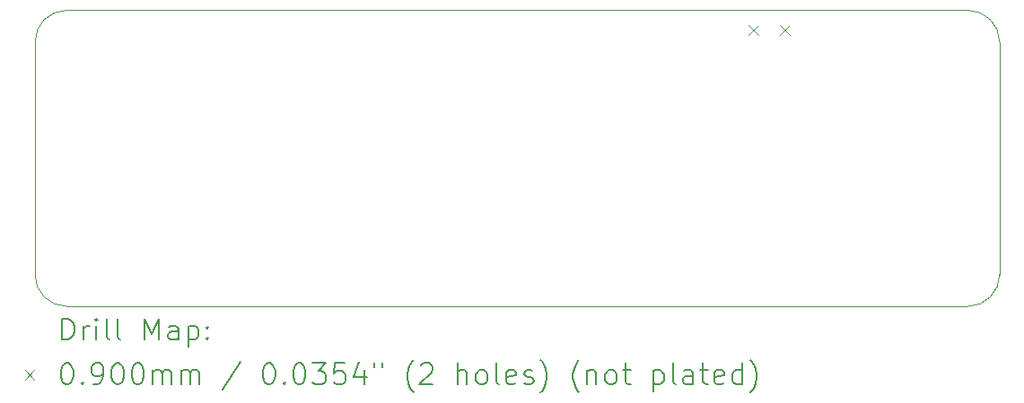
<source format=gbr>
%TF.GenerationSoftware,KiCad,Pcbnew,7.0.9-1.fc38*%
%TF.CreationDate,2023-11-15T09:02:19+02:00*%
%TF.ProjectId,transceiver_board,7472616e-7363-4656-9976-65725f626f61,rev?*%
%TF.SameCoordinates,Original*%
%TF.FileFunction,Drillmap*%
%TF.FilePolarity,Positive*%
%FSLAX45Y45*%
G04 Gerber Fmt 4.5, Leading zero omitted, Abs format (unit mm)*
G04 Created by KiCad (PCBNEW 7.0.9-1.fc38) date 2023-11-15 09:02:19*
%MOMM*%
%LPD*%
G01*
G04 APERTURE LIST*
%ADD10C,0.100000*%
%ADD11C,0.200000*%
G04 APERTURE END LIST*
D10*
X18600000Y-8200000D02*
G75*
G03*
X18300000Y-7900000I-300000J0D01*
G01*
X18600000Y-8200000D02*
X18600000Y-10400000D01*
X18300000Y-10700000D02*
G75*
G03*
X18600000Y-10400000I0J300000D01*
G01*
X18300000Y-10700000D02*
X9800000Y-10700000D01*
X9800000Y-7900000D02*
X18300000Y-7900000D01*
X9500000Y-10400000D02*
G75*
G03*
X9800000Y-10700000I300000J0D01*
G01*
X9500000Y-10400000D02*
X9500000Y-8200000D01*
X9800000Y-7900000D02*
G75*
G03*
X9500000Y-8200000I0J-300000D01*
G01*
D11*
D10*
X16230000Y-8044000D02*
X16320000Y-8134000D01*
X16320000Y-8044000D02*
X16230000Y-8134000D01*
X16530000Y-8044000D02*
X16620000Y-8134000D01*
X16620000Y-8044000D02*
X16530000Y-8134000D01*
D11*
X9755777Y-11016484D02*
X9755777Y-10816484D01*
X9755777Y-10816484D02*
X9803396Y-10816484D01*
X9803396Y-10816484D02*
X9831967Y-10826008D01*
X9831967Y-10826008D02*
X9851015Y-10845055D01*
X9851015Y-10845055D02*
X9860539Y-10864103D01*
X9860539Y-10864103D02*
X9870063Y-10902198D01*
X9870063Y-10902198D02*
X9870063Y-10930770D01*
X9870063Y-10930770D02*
X9860539Y-10968865D01*
X9860539Y-10968865D02*
X9851015Y-10987912D01*
X9851015Y-10987912D02*
X9831967Y-11006960D01*
X9831967Y-11006960D02*
X9803396Y-11016484D01*
X9803396Y-11016484D02*
X9755777Y-11016484D01*
X9955777Y-11016484D02*
X9955777Y-10883150D01*
X9955777Y-10921246D02*
X9965301Y-10902198D01*
X9965301Y-10902198D02*
X9974824Y-10892674D01*
X9974824Y-10892674D02*
X9993872Y-10883150D01*
X9993872Y-10883150D02*
X10012920Y-10883150D01*
X10079586Y-11016484D02*
X10079586Y-10883150D01*
X10079586Y-10816484D02*
X10070063Y-10826008D01*
X10070063Y-10826008D02*
X10079586Y-10835531D01*
X10079586Y-10835531D02*
X10089110Y-10826008D01*
X10089110Y-10826008D02*
X10079586Y-10816484D01*
X10079586Y-10816484D02*
X10079586Y-10835531D01*
X10203396Y-11016484D02*
X10184348Y-11006960D01*
X10184348Y-11006960D02*
X10174824Y-10987912D01*
X10174824Y-10987912D02*
X10174824Y-10816484D01*
X10308158Y-11016484D02*
X10289110Y-11006960D01*
X10289110Y-11006960D02*
X10279586Y-10987912D01*
X10279586Y-10987912D02*
X10279586Y-10816484D01*
X10536729Y-11016484D02*
X10536729Y-10816484D01*
X10536729Y-10816484D02*
X10603396Y-10959341D01*
X10603396Y-10959341D02*
X10670063Y-10816484D01*
X10670063Y-10816484D02*
X10670063Y-11016484D01*
X10851015Y-11016484D02*
X10851015Y-10911722D01*
X10851015Y-10911722D02*
X10841491Y-10892674D01*
X10841491Y-10892674D02*
X10822444Y-10883150D01*
X10822444Y-10883150D02*
X10784348Y-10883150D01*
X10784348Y-10883150D02*
X10765301Y-10892674D01*
X10851015Y-11006960D02*
X10831967Y-11016484D01*
X10831967Y-11016484D02*
X10784348Y-11016484D01*
X10784348Y-11016484D02*
X10765301Y-11006960D01*
X10765301Y-11006960D02*
X10755777Y-10987912D01*
X10755777Y-10987912D02*
X10755777Y-10968865D01*
X10755777Y-10968865D02*
X10765301Y-10949817D01*
X10765301Y-10949817D02*
X10784348Y-10940293D01*
X10784348Y-10940293D02*
X10831967Y-10940293D01*
X10831967Y-10940293D02*
X10851015Y-10930770D01*
X10946253Y-10883150D02*
X10946253Y-11083150D01*
X10946253Y-10892674D02*
X10965301Y-10883150D01*
X10965301Y-10883150D02*
X11003396Y-10883150D01*
X11003396Y-10883150D02*
X11022444Y-10892674D01*
X11022444Y-10892674D02*
X11031967Y-10902198D01*
X11031967Y-10902198D02*
X11041491Y-10921246D01*
X11041491Y-10921246D02*
X11041491Y-10978389D01*
X11041491Y-10978389D02*
X11031967Y-10997436D01*
X11031967Y-10997436D02*
X11022444Y-11006960D01*
X11022444Y-11006960D02*
X11003396Y-11016484D01*
X11003396Y-11016484D02*
X10965301Y-11016484D01*
X10965301Y-11016484D02*
X10946253Y-11006960D01*
X11127205Y-10997436D02*
X11136729Y-11006960D01*
X11136729Y-11006960D02*
X11127205Y-11016484D01*
X11127205Y-11016484D02*
X11117682Y-11006960D01*
X11117682Y-11006960D02*
X11127205Y-10997436D01*
X11127205Y-10997436D02*
X11127205Y-11016484D01*
X11127205Y-10892674D02*
X11136729Y-10902198D01*
X11136729Y-10902198D02*
X11127205Y-10911722D01*
X11127205Y-10911722D02*
X11117682Y-10902198D01*
X11117682Y-10902198D02*
X11127205Y-10892674D01*
X11127205Y-10892674D02*
X11127205Y-10911722D01*
D10*
X9405000Y-11300000D02*
X9495000Y-11390000D01*
X9495000Y-11300000D02*
X9405000Y-11390000D01*
D11*
X9793872Y-11236484D02*
X9812920Y-11236484D01*
X9812920Y-11236484D02*
X9831967Y-11246008D01*
X9831967Y-11246008D02*
X9841491Y-11255531D01*
X9841491Y-11255531D02*
X9851015Y-11274579D01*
X9851015Y-11274579D02*
X9860539Y-11312674D01*
X9860539Y-11312674D02*
X9860539Y-11360293D01*
X9860539Y-11360293D02*
X9851015Y-11398388D01*
X9851015Y-11398388D02*
X9841491Y-11417436D01*
X9841491Y-11417436D02*
X9831967Y-11426960D01*
X9831967Y-11426960D02*
X9812920Y-11436484D01*
X9812920Y-11436484D02*
X9793872Y-11436484D01*
X9793872Y-11436484D02*
X9774824Y-11426960D01*
X9774824Y-11426960D02*
X9765301Y-11417436D01*
X9765301Y-11417436D02*
X9755777Y-11398388D01*
X9755777Y-11398388D02*
X9746253Y-11360293D01*
X9746253Y-11360293D02*
X9746253Y-11312674D01*
X9746253Y-11312674D02*
X9755777Y-11274579D01*
X9755777Y-11274579D02*
X9765301Y-11255531D01*
X9765301Y-11255531D02*
X9774824Y-11246008D01*
X9774824Y-11246008D02*
X9793872Y-11236484D01*
X9946253Y-11417436D02*
X9955777Y-11426960D01*
X9955777Y-11426960D02*
X9946253Y-11436484D01*
X9946253Y-11436484D02*
X9936729Y-11426960D01*
X9936729Y-11426960D02*
X9946253Y-11417436D01*
X9946253Y-11417436D02*
X9946253Y-11436484D01*
X10051015Y-11436484D02*
X10089110Y-11436484D01*
X10089110Y-11436484D02*
X10108158Y-11426960D01*
X10108158Y-11426960D02*
X10117682Y-11417436D01*
X10117682Y-11417436D02*
X10136729Y-11388865D01*
X10136729Y-11388865D02*
X10146253Y-11350769D01*
X10146253Y-11350769D02*
X10146253Y-11274579D01*
X10146253Y-11274579D02*
X10136729Y-11255531D01*
X10136729Y-11255531D02*
X10127205Y-11246008D01*
X10127205Y-11246008D02*
X10108158Y-11236484D01*
X10108158Y-11236484D02*
X10070063Y-11236484D01*
X10070063Y-11236484D02*
X10051015Y-11246008D01*
X10051015Y-11246008D02*
X10041491Y-11255531D01*
X10041491Y-11255531D02*
X10031967Y-11274579D01*
X10031967Y-11274579D02*
X10031967Y-11322198D01*
X10031967Y-11322198D02*
X10041491Y-11341246D01*
X10041491Y-11341246D02*
X10051015Y-11350769D01*
X10051015Y-11350769D02*
X10070063Y-11360293D01*
X10070063Y-11360293D02*
X10108158Y-11360293D01*
X10108158Y-11360293D02*
X10127205Y-11350769D01*
X10127205Y-11350769D02*
X10136729Y-11341246D01*
X10136729Y-11341246D02*
X10146253Y-11322198D01*
X10270063Y-11236484D02*
X10289110Y-11236484D01*
X10289110Y-11236484D02*
X10308158Y-11246008D01*
X10308158Y-11246008D02*
X10317682Y-11255531D01*
X10317682Y-11255531D02*
X10327205Y-11274579D01*
X10327205Y-11274579D02*
X10336729Y-11312674D01*
X10336729Y-11312674D02*
X10336729Y-11360293D01*
X10336729Y-11360293D02*
X10327205Y-11398388D01*
X10327205Y-11398388D02*
X10317682Y-11417436D01*
X10317682Y-11417436D02*
X10308158Y-11426960D01*
X10308158Y-11426960D02*
X10289110Y-11436484D01*
X10289110Y-11436484D02*
X10270063Y-11436484D01*
X10270063Y-11436484D02*
X10251015Y-11426960D01*
X10251015Y-11426960D02*
X10241491Y-11417436D01*
X10241491Y-11417436D02*
X10231967Y-11398388D01*
X10231967Y-11398388D02*
X10222444Y-11360293D01*
X10222444Y-11360293D02*
X10222444Y-11312674D01*
X10222444Y-11312674D02*
X10231967Y-11274579D01*
X10231967Y-11274579D02*
X10241491Y-11255531D01*
X10241491Y-11255531D02*
X10251015Y-11246008D01*
X10251015Y-11246008D02*
X10270063Y-11236484D01*
X10460539Y-11236484D02*
X10479586Y-11236484D01*
X10479586Y-11236484D02*
X10498634Y-11246008D01*
X10498634Y-11246008D02*
X10508158Y-11255531D01*
X10508158Y-11255531D02*
X10517682Y-11274579D01*
X10517682Y-11274579D02*
X10527205Y-11312674D01*
X10527205Y-11312674D02*
X10527205Y-11360293D01*
X10527205Y-11360293D02*
X10517682Y-11398388D01*
X10517682Y-11398388D02*
X10508158Y-11417436D01*
X10508158Y-11417436D02*
X10498634Y-11426960D01*
X10498634Y-11426960D02*
X10479586Y-11436484D01*
X10479586Y-11436484D02*
X10460539Y-11436484D01*
X10460539Y-11436484D02*
X10441491Y-11426960D01*
X10441491Y-11426960D02*
X10431967Y-11417436D01*
X10431967Y-11417436D02*
X10422444Y-11398388D01*
X10422444Y-11398388D02*
X10412920Y-11360293D01*
X10412920Y-11360293D02*
X10412920Y-11312674D01*
X10412920Y-11312674D02*
X10422444Y-11274579D01*
X10422444Y-11274579D02*
X10431967Y-11255531D01*
X10431967Y-11255531D02*
X10441491Y-11246008D01*
X10441491Y-11246008D02*
X10460539Y-11236484D01*
X10612920Y-11436484D02*
X10612920Y-11303150D01*
X10612920Y-11322198D02*
X10622444Y-11312674D01*
X10622444Y-11312674D02*
X10641491Y-11303150D01*
X10641491Y-11303150D02*
X10670063Y-11303150D01*
X10670063Y-11303150D02*
X10689110Y-11312674D01*
X10689110Y-11312674D02*
X10698634Y-11331722D01*
X10698634Y-11331722D02*
X10698634Y-11436484D01*
X10698634Y-11331722D02*
X10708158Y-11312674D01*
X10708158Y-11312674D02*
X10727205Y-11303150D01*
X10727205Y-11303150D02*
X10755777Y-11303150D01*
X10755777Y-11303150D02*
X10774825Y-11312674D01*
X10774825Y-11312674D02*
X10784348Y-11331722D01*
X10784348Y-11331722D02*
X10784348Y-11436484D01*
X10879586Y-11436484D02*
X10879586Y-11303150D01*
X10879586Y-11322198D02*
X10889110Y-11312674D01*
X10889110Y-11312674D02*
X10908158Y-11303150D01*
X10908158Y-11303150D02*
X10936729Y-11303150D01*
X10936729Y-11303150D02*
X10955777Y-11312674D01*
X10955777Y-11312674D02*
X10965301Y-11331722D01*
X10965301Y-11331722D02*
X10965301Y-11436484D01*
X10965301Y-11331722D02*
X10974825Y-11312674D01*
X10974825Y-11312674D02*
X10993872Y-11303150D01*
X10993872Y-11303150D02*
X11022444Y-11303150D01*
X11022444Y-11303150D02*
X11041491Y-11312674D01*
X11041491Y-11312674D02*
X11051015Y-11331722D01*
X11051015Y-11331722D02*
X11051015Y-11436484D01*
X11441491Y-11226960D02*
X11270063Y-11484103D01*
X11698634Y-11236484D02*
X11717682Y-11236484D01*
X11717682Y-11236484D02*
X11736729Y-11246008D01*
X11736729Y-11246008D02*
X11746253Y-11255531D01*
X11746253Y-11255531D02*
X11755777Y-11274579D01*
X11755777Y-11274579D02*
X11765301Y-11312674D01*
X11765301Y-11312674D02*
X11765301Y-11360293D01*
X11765301Y-11360293D02*
X11755777Y-11398388D01*
X11755777Y-11398388D02*
X11746253Y-11417436D01*
X11746253Y-11417436D02*
X11736729Y-11426960D01*
X11736729Y-11426960D02*
X11717682Y-11436484D01*
X11717682Y-11436484D02*
X11698634Y-11436484D01*
X11698634Y-11436484D02*
X11679586Y-11426960D01*
X11679586Y-11426960D02*
X11670063Y-11417436D01*
X11670063Y-11417436D02*
X11660539Y-11398388D01*
X11660539Y-11398388D02*
X11651015Y-11360293D01*
X11651015Y-11360293D02*
X11651015Y-11312674D01*
X11651015Y-11312674D02*
X11660539Y-11274579D01*
X11660539Y-11274579D02*
X11670063Y-11255531D01*
X11670063Y-11255531D02*
X11679586Y-11246008D01*
X11679586Y-11246008D02*
X11698634Y-11236484D01*
X11851015Y-11417436D02*
X11860539Y-11426960D01*
X11860539Y-11426960D02*
X11851015Y-11436484D01*
X11851015Y-11436484D02*
X11841491Y-11426960D01*
X11841491Y-11426960D02*
X11851015Y-11417436D01*
X11851015Y-11417436D02*
X11851015Y-11436484D01*
X11984348Y-11236484D02*
X12003396Y-11236484D01*
X12003396Y-11236484D02*
X12022444Y-11246008D01*
X12022444Y-11246008D02*
X12031967Y-11255531D01*
X12031967Y-11255531D02*
X12041491Y-11274579D01*
X12041491Y-11274579D02*
X12051015Y-11312674D01*
X12051015Y-11312674D02*
X12051015Y-11360293D01*
X12051015Y-11360293D02*
X12041491Y-11398388D01*
X12041491Y-11398388D02*
X12031967Y-11417436D01*
X12031967Y-11417436D02*
X12022444Y-11426960D01*
X12022444Y-11426960D02*
X12003396Y-11436484D01*
X12003396Y-11436484D02*
X11984348Y-11436484D01*
X11984348Y-11436484D02*
X11965301Y-11426960D01*
X11965301Y-11426960D02*
X11955777Y-11417436D01*
X11955777Y-11417436D02*
X11946253Y-11398388D01*
X11946253Y-11398388D02*
X11936729Y-11360293D01*
X11936729Y-11360293D02*
X11936729Y-11312674D01*
X11936729Y-11312674D02*
X11946253Y-11274579D01*
X11946253Y-11274579D02*
X11955777Y-11255531D01*
X11955777Y-11255531D02*
X11965301Y-11246008D01*
X11965301Y-11246008D02*
X11984348Y-11236484D01*
X12117682Y-11236484D02*
X12241491Y-11236484D01*
X12241491Y-11236484D02*
X12174825Y-11312674D01*
X12174825Y-11312674D02*
X12203396Y-11312674D01*
X12203396Y-11312674D02*
X12222444Y-11322198D01*
X12222444Y-11322198D02*
X12231967Y-11331722D01*
X12231967Y-11331722D02*
X12241491Y-11350769D01*
X12241491Y-11350769D02*
X12241491Y-11398388D01*
X12241491Y-11398388D02*
X12231967Y-11417436D01*
X12231967Y-11417436D02*
X12222444Y-11426960D01*
X12222444Y-11426960D02*
X12203396Y-11436484D01*
X12203396Y-11436484D02*
X12146253Y-11436484D01*
X12146253Y-11436484D02*
X12127206Y-11426960D01*
X12127206Y-11426960D02*
X12117682Y-11417436D01*
X12422444Y-11236484D02*
X12327206Y-11236484D01*
X12327206Y-11236484D02*
X12317682Y-11331722D01*
X12317682Y-11331722D02*
X12327206Y-11322198D01*
X12327206Y-11322198D02*
X12346253Y-11312674D01*
X12346253Y-11312674D02*
X12393872Y-11312674D01*
X12393872Y-11312674D02*
X12412920Y-11322198D01*
X12412920Y-11322198D02*
X12422444Y-11331722D01*
X12422444Y-11331722D02*
X12431967Y-11350769D01*
X12431967Y-11350769D02*
X12431967Y-11398388D01*
X12431967Y-11398388D02*
X12422444Y-11417436D01*
X12422444Y-11417436D02*
X12412920Y-11426960D01*
X12412920Y-11426960D02*
X12393872Y-11436484D01*
X12393872Y-11436484D02*
X12346253Y-11436484D01*
X12346253Y-11436484D02*
X12327206Y-11426960D01*
X12327206Y-11426960D02*
X12317682Y-11417436D01*
X12603396Y-11303150D02*
X12603396Y-11436484D01*
X12555777Y-11226960D02*
X12508158Y-11369817D01*
X12508158Y-11369817D02*
X12631967Y-11369817D01*
X12698634Y-11236484D02*
X12698634Y-11274579D01*
X12774825Y-11236484D02*
X12774825Y-11274579D01*
X13070063Y-11512674D02*
X13060539Y-11503150D01*
X13060539Y-11503150D02*
X13041491Y-11474579D01*
X13041491Y-11474579D02*
X13031968Y-11455531D01*
X13031968Y-11455531D02*
X13022444Y-11426960D01*
X13022444Y-11426960D02*
X13012920Y-11379341D01*
X13012920Y-11379341D02*
X13012920Y-11341246D01*
X13012920Y-11341246D02*
X13022444Y-11293627D01*
X13022444Y-11293627D02*
X13031968Y-11265055D01*
X13031968Y-11265055D02*
X13041491Y-11246008D01*
X13041491Y-11246008D02*
X13060539Y-11217436D01*
X13060539Y-11217436D02*
X13070063Y-11207912D01*
X13136729Y-11255531D02*
X13146253Y-11246008D01*
X13146253Y-11246008D02*
X13165301Y-11236484D01*
X13165301Y-11236484D02*
X13212920Y-11236484D01*
X13212920Y-11236484D02*
X13231968Y-11246008D01*
X13231968Y-11246008D02*
X13241491Y-11255531D01*
X13241491Y-11255531D02*
X13251015Y-11274579D01*
X13251015Y-11274579D02*
X13251015Y-11293627D01*
X13251015Y-11293627D02*
X13241491Y-11322198D01*
X13241491Y-11322198D02*
X13127206Y-11436484D01*
X13127206Y-11436484D02*
X13251015Y-11436484D01*
X13489110Y-11436484D02*
X13489110Y-11236484D01*
X13574825Y-11436484D02*
X13574825Y-11331722D01*
X13574825Y-11331722D02*
X13565301Y-11312674D01*
X13565301Y-11312674D02*
X13546253Y-11303150D01*
X13546253Y-11303150D02*
X13517682Y-11303150D01*
X13517682Y-11303150D02*
X13498634Y-11312674D01*
X13498634Y-11312674D02*
X13489110Y-11322198D01*
X13698634Y-11436484D02*
X13679587Y-11426960D01*
X13679587Y-11426960D02*
X13670063Y-11417436D01*
X13670063Y-11417436D02*
X13660539Y-11398388D01*
X13660539Y-11398388D02*
X13660539Y-11341246D01*
X13660539Y-11341246D02*
X13670063Y-11322198D01*
X13670063Y-11322198D02*
X13679587Y-11312674D01*
X13679587Y-11312674D02*
X13698634Y-11303150D01*
X13698634Y-11303150D02*
X13727206Y-11303150D01*
X13727206Y-11303150D02*
X13746253Y-11312674D01*
X13746253Y-11312674D02*
X13755777Y-11322198D01*
X13755777Y-11322198D02*
X13765301Y-11341246D01*
X13765301Y-11341246D02*
X13765301Y-11398388D01*
X13765301Y-11398388D02*
X13755777Y-11417436D01*
X13755777Y-11417436D02*
X13746253Y-11426960D01*
X13746253Y-11426960D02*
X13727206Y-11436484D01*
X13727206Y-11436484D02*
X13698634Y-11436484D01*
X13879587Y-11436484D02*
X13860539Y-11426960D01*
X13860539Y-11426960D02*
X13851015Y-11407912D01*
X13851015Y-11407912D02*
X13851015Y-11236484D01*
X14031968Y-11426960D02*
X14012920Y-11436484D01*
X14012920Y-11436484D02*
X13974825Y-11436484D01*
X13974825Y-11436484D02*
X13955777Y-11426960D01*
X13955777Y-11426960D02*
X13946253Y-11407912D01*
X13946253Y-11407912D02*
X13946253Y-11331722D01*
X13946253Y-11331722D02*
X13955777Y-11312674D01*
X13955777Y-11312674D02*
X13974825Y-11303150D01*
X13974825Y-11303150D02*
X14012920Y-11303150D01*
X14012920Y-11303150D02*
X14031968Y-11312674D01*
X14031968Y-11312674D02*
X14041491Y-11331722D01*
X14041491Y-11331722D02*
X14041491Y-11350769D01*
X14041491Y-11350769D02*
X13946253Y-11369817D01*
X14117682Y-11426960D02*
X14136730Y-11436484D01*
X14136730Y-11436484D02*
X14174825Y-11436484D01*
X14174825Y-11436484D02*
X14193872Y-11426960D01*
X14193872Y-11426960D02*
X14203396Y-11407912D01*
X14203396Y-11407912D02*
X14203396Y-11398388D01*
X14203396Y-11398388D02*
X14193872Y-11379341D01*
X14193872Y-11379341D02*
X14174825Y-11369817D01*
X14174825Y-11369817D02*
X14146253Y-11369817D01*
X14146253Y-11369817D02*
X14127206Y-11360293D01*
X14127206Y-11360293D02*
X14117682Y-11341246D01*
X14117682Y-11341246D02*
X14117682Y-11331722D01*
X14117682Y-11331722D02*
X14127206Y-11312674D01*
X14127206Y-11312674D02*
X14146253Y-11303150D01*
X14146253Y-11303150D02*
X14174825Y-11303150D01*
X14174825Y-11303150D02*
X14193872Y-11312674D01*
X14270063Y-11512674D02*
X14279587Y-11503150D01*
X14279587Y-11503150D02*
X14298634Y-11474579D01*
X14298634Y-11474579D02*
X14308158Y-11455531D01*
X14308158Y-11455531D02*
X14317682Y-11426960D01*
X14317682Y-11426960D02*
X14327206Y-11379341D01*
X14327206Y-11379341D02*
X14327206Y-11341246D01*
X14327206Y-11341246D02*
X14317682Y-11293627D01*
X14317682Y-11293627D02*
X14308158Y-11265055D01*
X14308158Y-11265055D02*
X14298634Y-11246008D01*
X14298634Y-11246008D02*
X14279587Y-11217436D01*
X14279587Y-11217436D02*
X14270063Y-11207912D01*
X14631968Y-11512674D02*
X14622444Y-11503150D01*
X14622444Y-11503150D02*
X14603396Y-11474579D01*
X14603396Y-11474579D02*
X14593872Y-11455531D01*
X14593872Y-11455531D02*
X14584349Y-11426960D01*
X14584349Y-11426960D02*
X14574825Y-11379341D01*
X14574825Y-11379341D02*
X14574825Y-11341246D01*
X14574825Y-11341246D02*
X14584349Y-11293627D01*
X14584349Y-11293627D02*
X14593872Y-11265055D01*
X14593872Y-11265055D02*
X14603396Y-11246008D01*
X14603396Y-11246008D02*
X14622444Y-11217436D01*
X14622444Y-11217436D02*
X14631968Y-11207912D01*
X14708158Y-11303150D02*
X14708158Y-11436484D01*
X14708158Y-11322198D02*
X14717682Y-11312674D01*
X14717682Y-11312674D02*
X14736730Y-11303150D01*
X14736730Y-11303150D02*
X14765301Y-11303150D01*
X14765301Y-11303150D02*
X14784349Y-11312674D01*
X14784349Y-11312674D02*
X14793872Y-11331722D01*
X14793872Y-11331722D02*
X14793872Y-11436484D01*
X14917682Y-11436484D02*
X14898634Y-11426960D01*
X14898634Y-11426960D02*
X14889111Y-11417436D01*
X14889111Y-11417436D02*
X14879587Y-11398388D01*
X14879587Y-11398388D02*
X14879587Y-11341246D01*
X14879587Y-11341246D02*
X14889111Y-11322198D01*
X14889111Y-11322198D02*
X14898634Y-11312674D01*
X14898634Y-11312674D02*
X14917682Y-11303150D01*
X14917682Y-11303150D02*
X14946253Y-11303150D01*
X14946253Y-11303150D02*
X14965301Y-11312674D01*
X14965301Y-11312674D02*
X14974825Y-11322198D01*
X14974825Y-11322198D02*
X14984349Y-11341246D01*
X14984349Y-11341246D02*
X14984349Y-11398388D01*
X14984349Y-11398388D02*
X14974825Y-11417436D01*
X14974825Y-11417436D02*
X14965301Y-11426960D01*
X14965301Y-11426960D02*
X14946253Y-11436484D01*
X14946253Y-11436484D02*
X14917682Y-11436484D01*
X15041492Y-11303150D02*
X15117682Y-11303150D01*
X15070063Y-11236484D02*
X15070063Y-11407912D01*
X15070063Y-11407912D02*
X15079587Y-11426960D01*
X15079587Y-11426960D02*
X15098634Y-11436484D01*
X15098634Y-11436484D02*
X15117682Y-11436484D01*
X15336730Y-11303150D02*
X15336730Y-11503150D01*
X15336730Y-11312674D02*
X15355777Y-11303150D01*
X15355777Y-11303150D02*
X15393873Y-11303150D01*
X15393873Y-11303150D02*
X15412920Y-11312674D01*
X15412920Y-11312674D02*
X15422444Y-11322198D01*
X15422444Y-11322198D02*
X15431968Y-11341246D01*
X15431968Y-11341246D02*
X15431968Y-11398388D01*
X15431968Y-11398388D02*
X15422444Y-11417436D01*
X15422444Y-11417436D02*
X15412920Y-11426960D01*
X15412920Y-11426960D02*
X15393873Y-11436484D01*
X15393873Y-11436484D02*
X15355777Y-11436484D01*
X15355777Y-11436484D02*
X15336730Y-11426960D01*
X15546253Y-11436484D02*
X15527206Y-11426960D01*
X15527206Y-11426960D02*
X15517682Y-11407912D01*
X15517682Y-11407912D02*
X15517682Y-11236484D01*
X15708158Y-11436484D02*
X15708158Y-11331722D01*
X15708158Y-11331722D02*
X15698634Y-11312674D01*
X15698634Y-11312674D02*
X15679587Y-11303150D01*
X15679587Y-11303150D02*
X15641492Y-11303150D01*
X15641492Y-11303150D02*
X15622444Y-11312674D01*
X15708158Y-11426960D02*
X15689111Y-11436484D01*
X15689111Y-11436484D02*
X15641492Y-11436484D01*
X15641492Y-11436484D02*
X15622444Y-11426960D01*
X15622444Y-11426960D02*
X15612920Y-11407912D01*
X15612920Y-11407912D02*
X15612920Y-11388865D01*
X15612920Y-11388865D02*
X15622444Y-11369817D01*
X15622444Y-11369817D02*
X15641492Y-11360293D01*
X15641492Y-11360293D02*
X15689111Y-11360293D01*
X15689111Y-11360293D02*
X15708158Y-11350769D01*
X15774825Y-11303150D02*
X15851015Y-11303150D01*
X15803396Y-11236484D02*
X15803396Y-11407912D01*
X15803396Y-11407912D02*
X15812920Y-11426960D01*
X15812920Y-11426960D02*
X15831968Y-11436484D01*
X15831968Y-11436484D02*
X15851015Y-11436484D01*
X15993873Y-11426960D02*
X15974825Y-11436484D01*
X15974825Y-11436484D02*
X15936730Y-11436484D01*
X15936730Y-11436484D02*
X15917682Y-11426960D01*
X15917682Y-11426960D02*
X15908158Y-11407912D01*
X15908158Y-11407912D02*
X15908158Y-11331722D01*
X15908158Y-11331722D02*
X15917682Y-11312674D01*
X15917682Y-11312674D02*
X15936730Y-11303150D01*
X15936730Y-11303150D02*
X15974825Y-11303150D01*
X15974825Y-11303150D02*
X15993873Y-11312674D01*
X15993873Y-11312674D02*
X16003396Y-11331722D01*
X16003396Y-11331722D02*
X16003396Y-11350769D01*
X16003396Y-11350769D02*
X15908158Y-11369817D01*
X16174825Y-11436484D02*
X16174825Y-11236484D01*
X16174825Y-11426960D02*
X16155777Y-11436484D01*
X16155777Y-11436484D02*
X16117682Y-11436484D01*
X16117682Y-11436484D02*
X16098634Y-11426960D01*
X16098634Y-11426960D02*
X16089111Y-11417436D01*
X16089111Y-11417436D02*
X16079587Y-11398388D01*
X16079587Y-11398388D02*
X16079587Y-11341246D01*
X16079587Y-11341246D02*
X16089111Y-11322198D01*
X16089111Y-11322198D02*
X16098634Y-11312674D01*
X16098634Y-11312674D02*
X16117682Y-11303150D01*
X16117682Y-11303150D02*
X16155777Y-11303150D01*
X16155777Y-11303150D02*
X16174825Y-11312674D01*
X16251015Y-11512674D02*
X16260539Y-11503150D01*
X16260539Y-11503150D02*
X16279587Y-11474579D01*
X16279587Y-11474579D02*
X16289111Y-11455531D01*
X16289111Y-11455531D02*
X16298634Y-11426960D01*
X16298634Y-11426960D02*
X16308158Y-11379341D01*
X16308158Y-11379341D02*
X16308158Y-11341246D01*
X16308158Y-11341246D02*
X16298634Y-11293627D01*
X16298634Y-11293627D02*
X16289111Y-11265055D01*
X16289111Y-11265055D02*
X16279587Y-11246008D01*
X16279587Y-11246008D02*
X16260539Y-11217436D01*
X16260539Y-11217436D02*
X16251015Y-11207912D01*
M02*

</source>
